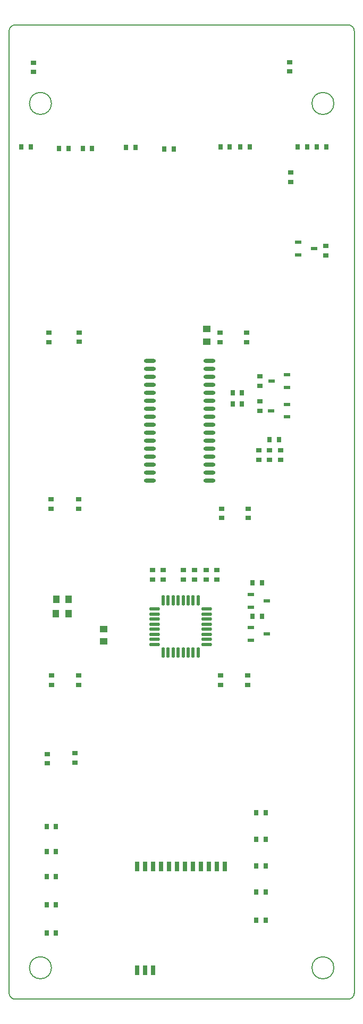
<source format=gbp>
%FSLAX25Y25*%
%MOIN*%
G70*
G01*
G75*
G04 Layer_Color=128*
%ADD10R,0.07874X0.07874*%
%ADD11R,0.02756X0.03347*%
%ADD12R,0.03347X0.02756*%
%ADD13R,0.03937X0.02362*%
%ADD14O,0.07480X0.02362*%
%ADD15O,0.03543X0.01969*%
%ADD16O,0.03543X0.01969*%
%ADD17R,0.03543X0.01969*%
%ADD18R,0.05118X0.03937*%
%ADD19C,0.04000*%
%ADD20C,0.01200*%
%ADD21C,0.01000*%
%ADD22C,0.01500*%
%ADD23C,0.03000*%
%ADD24C,0.02000*%
%ADD25C,0.05000*%
%ADD26C,0.00800*%
%ADD27C,0.00500*%
%ADD28C,0.07874*%
%ADD29C,0.03937*%
%ADD30C,0.05906*%
%ADD31C,0.06000*%
%ADD32C,0.04724*%
%ADD33R,0.05906X0.05906*%
%ADD34C,0.03000*%
%ADD35C,0.02000*%
%ADD36C,0.04000*%
%ADD37O,0.06693X0.02165*%
%ADD38O,0.02165X0.06693*%
%ADD39R,0.03000X0.06000*%
%ADD40R,0.03937X0.05118*%
%ADD41C,0.00984*%
%ADD42C,0.02362*%
%ADD43C,0.00787*%
%ADD44C,0.00500*%
%ADD45R,0.08674X0.08674*%
%ADD46R,0.03556X0.04147*%
%ADD47R,0.04147X0.03556*%
%ADD48R,0.04737X0.03162*%
%ADD49O,0.08280X0.03162*%
%ADD50O,0.04343X0.02769*%
%ADD51O,0.04343X0.02769*%
%ADD52R,0.04343X0.02769*%
%ADD53R,0.05918X0.04737*%
%ADD54C,0.08674*%
%ADD55C,0.04737*%
%ADD56C,0.06706*%
%ADD57C,0.06800*%
%ADD58C,0.05524*%
%ADD59R,0.06706X0.06706*%
%ADD60O,0.07493X0.02965*%
%ADD61O,0.02965X0.07493*%
%ADD62R,0.03800X0.06800*%
%ADD63R,0.04737X0.05918*%
D11*
X160900Y-493300D02*
D03*
X154994D02*
D03*
X160900Y-526800D02*
D03*
X154994D02*
D03*
X160900Y-510100D02*
D03*
X154994D02*
D03*
X146118Y-237300D02*
D03*
X140213D02*
D03*
X146118Y-230500D02*
D03*
X140213D02*
D03*
X169265Y-259800D02*
D03*
X163360D02*
D03*
X160900Y-560700D02*
D03*
X154994D02*
D03*
X160900Y-543100D02*
D03*
X154994D02*
D03*
X7600Y-76300D02*
D03*
X13506D02*
D03*
X103200Y-77700D02*
D03*
X97294D02*
D03*
X132500Y-76400D02*
D03*
X138406D02*
D03*
X79200Y-76800D02*
D03*
X73294D02*
D03*
X199000Y-76300D02*
D03*
X193094D02*
D03*
X181000D02*
D03*
X186906D02*
D03*
X52100Y-77400D02*
D03*
X46194D02*
D03*
X151000Y-76300D02*
D03*
X145094D02*
D03*
X31300Y-77400D02*
D03*
X37206D02*
D03*
X29400Y-551200D02*
D03*
X23494D02*
D03*
X29400Y-533500D02*
D03*
X23494D02*
D03*
X29400Y-517700D02*
D03*
X23494D02*
D03*
X29400Y-502100D02*
D03*
X23494D02*
D03*
X29400Y-568900D02*
D03*
X23494D02*
D03*
X158700Y-349400D02*
D03*
X152794D02*
D03*
X158700Y-370400D02*
D03*
X152794D02*
D03*
D12*
X133200Y-303000D02*
D03*
Y-308906D02*
D03*
X150000Y-303000D02*
D03*
Y-308906D02*
D03*
X90100Y-341394D02*
D03*
Y-347300D02*
D03*
X96565D02*
D03*
Y-341394D02*
D03*
X109200Y-347300D02*
D03*
Y-341394D02*
D03*
X26700Y-413406D02*
D03*
Y-407500D02*
D03*
X43500Y-413400D02*
D03*
Y-407494D02*
D03*
X149800Y-413306D02*
D03*
Y-407400D02*
D03*
X26400Y-303106D02*
D03*
Y-297200D02*
D03*
X43600Y-303106D02*
D03*
Y-297200D02*
D03*
X25000Y-192894D02*
D03*
Y-198800D02*
D03*
X44100Y-192600D02*
D03*
Y-198506D02*
D03*
X132300Y-192894D02*
D03*
Y-198800D02*
D03*
X149100Y-192894D02*
D03*
Y-198800D02*
D03*
X198500Y-144400D02*
D03*
Y-138494D02*
D03*
X176600Y-92500D02*
D03*
Y-98406D02*
D03*
X15400Y-23600D02*
D03*
Y-29506D02*
D03*
X176000Y-23300D02*
D03*
Y-29206D02*
D03*
X116400Y-341394D02*
D03*
Y-347300D02*
D03*
X130200Y-341394D02*
D03*
Y-347300D02*
D03*
X123500Y-341394D02*
D03*
Y-347300D02*
D03*
X23900Y-462506D02*
D03*
Y-456600D02*
D03*
X157400Y-220100D02*
D03*
Y-226006D02*
D03*
Y-241600D02*
D03*
Y-235694D02*
D03*
X41400Y-462100D02*
D03*
Y-456194D02*
D03*
X163365Y-272306D02*
D03*
Y-266400D02*
D03*
X170265D02*
D03*
Y-272306D02*
D03*
X156500Y-266400D02*
D03*
Y-272306D02*
D03*
X132700Y-413406D02*
D03*
Y-407500D02*
D03*
D13*
X174400Y-226974D02*
D03*
X164557Y-223037D02*
D03*
X174400Y-219100D02*
D03*
X174243Y-245574D02*
D03*
X164400Y-241637D02*
D03*
X174243Y-237700D02*
D03*
X181400Y-136226D02*
D03*
X191243Y-140163D02*
D03*
X181400Y-144100D02*
D03*
X151800Y-364700D02*
D03*
X161643Y-360763D02*
D03*
X151800Y-356826D02*
D03*
Y-385300D02*
D03*
X161643Y-381363D02*
D03*
X151800Y-377426D02*
D03*
D14*
X88201Y-285500D02*
D03*
Y-280500D02*
D03*
Y-275500D02*
D03*
Y-270500D02*
D03*
Y-265500D02*
D03*
Y-260500D02*
D03*
Y-255500D02*
D03*
Y-250500D02*
D03*
Y-245500D02*
D03*
Y-240500D02*
D03*
Y-235500D02*
D03*
Y-230500D02*
D03*
Y-225500D02*
D03*
Y-220500D02*
D03*
Y-215500D02*
D03*
Y-210500D02*
D03*
X125799Y-285500D02*
D03*
Y-280500D02*
D03*
Y-275500D02*
D03*
Y-270500D02*
D03*
Y-265500D02*
D03*
Y-260500D02*
D03*
Y-255500D02*
D03*
Y-250500D02*
D03*
Y-245500D02*
D03*
Y-240500D02*
D03*
Y-235500D02*
D03*
Y-230500D02*
D03*
Y-225500D02*
D03*
Y-220500D02*
D03*
Y-215500D02*
D03*
Y-210500D02*
D03*
D18*
X123900Y-190426D02*
D03*
Y-198300D02*
D03*
X59400Y-378300D02*
D03*
Y-386174D02*
D03*
D27*
X212598Y-610236D02*
G03*
X216535Y-606299I0J3937D01*
G01*
X0D02*
G03*
X3937Y-610236I3937J0D01*
G01*
X216535Y-3937D02*
G03*
X212598Y0I-3937J0D01*
G01*
X3937D02*
G03*
X0Y-3937I0J-3937D01*
G01*
X203740Y-590551D02*
G03*
X203740Y-590551I-6890J0D01*
G01*
X26575D02*
G03*
X26575Y-590551I-6890J0D01*
G01*
X203740Y-49213D02*
G03*
X203740Y-49213I-6890J0D01*
G01*
X26575D02*
G03*
X26575Y-49213I-6890J0D01*
G01*
X3937Y0D02*
X212500D01*
X0Y-606299D02*
Y-3937D01*
X216535Y-606265D02*
Y-4035D01*
X3937Y-610236D02*
X212564D01*
D37*
X91261Y-365876D02*
D03*
Y-369026D02*
D03*
Y-372176D02*
D03*
Y-375325D02*
D03*
Y-378475D02*
D03*
Y-381624D02*
D03*
Y-384774D02*
D03*
Y-387924D02*
D03*
X123939D02*
D03*
Y-384774D02*
D03*
Y-381624D02*
D03*
Y-378475D02*
D03*
Y-375325D02*
D03*
Y-372176D02*
D03*
Y-369026D02*
D03*
Y-365876D02*
D03*
D38*
X96576Y-393239D02*
D03*
X99726D02*
D03*
X102876D02*
D03*
X106025D02*
D03*
X109175D02*
D03*
X112324D02*
D03*
X115474D02*
D03*
X118624D02*
D03*
Y-360561D02*
D03*
X115474D02*
D03*
X112324D02*
D03*
X109175D02*
D03*
X106025D02*
D03*
X102876D02*
D03*
X99726D02*
D03*
X96576D02*
D03*
D39*
X90200Y-592061D02*
D03*
X80200D02*
D03*
X85200D02*
D03*
X130200Y-527100D02*
D03*
X135200D02*
D03*
X120200D02*
D03*
X125200D02*
D03*
X110200D02*
D03*
X115200D02*
D03*
X100200D02*
D03*
X105200D02*
D03*
X90200D02*
D03*
X95200D02*
D03*
X85200D02*
D03*
X80200D02*
D03*
D40*
X37300Y-368700D02*
D03*
X29426D02*
D03*
X37474Y-359600D02*
D03*
X29600D02*
D03*
M02*

</source>
